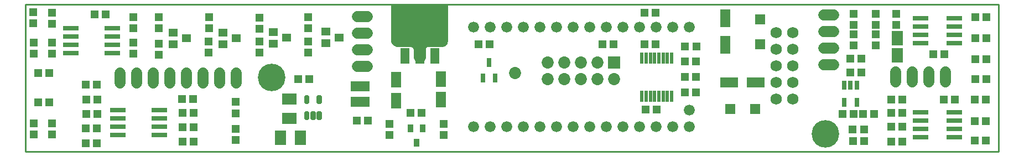
<source format=gts>
G04 EAGLE Gerber RS-274X export*
G75*
%MOMM*%
%FSLAX34Y34*%
%LPD*%
%INSoldermask Top*%
%IPPOS*%
%AMOC8*
5,1,8,0,0,1.08239X$1,22.5*%
G01*
%ADD10C,0.000000*%
%ADD11R,1.603200X2.803200*%
%ADD12R,2.803200X1.603200*%
%ADD13R,1.603200X1.603200*%
%ADD14R,0.558800X1.676400*%
%ADD15R,1.303200X1.203200*%
%ADD16R,1.422400X2.438400*%
%ADD17R,3.803200X2.403200*%
%ADD18R,1.603200X2.403200*%
%ADD19R,3.003200X1.603200*%
%ADD20C,0.499716*%
%ADD21R,1.703200X2.203200*%
%ADD22R,2.203200X1.703200*%
%ADD23R,1.203200X1.303200*%
%ADD24R,0.903200X1.203200*%
%ADD25R,2.403200X0.703200*%
%ADD26R,1.346200X1.219200*%
%ADD27R,2.403200X0.803200*%
%ADD28C,1.727200*%
%ADD29R,0.762000X1.320800*%
%ADD30C,1.853200*%
%ADD31C,1.727200*%
%ADD32R,1.853200X1.853200*%
%ADD33C,1.676400*%
%ADD34R,0.803200X1.403200*%
%ADD35C,4.219200*%
%ADD36C,0.254000*%

G36*
X635793Y135795D02*
X635793Y135795D01*
X635823Y135805D01*
X635866Y135809D01*
X637555Y136321D01*
X637582Y136337D01*
X637623Y136350D01*
X639179Y137181D01*
X639203Y137202D01*
X639241Y137223D01*
X640605Y138342D01*
X640624Y138367D01*
X640658Y138395D01*
X641777Y139759D01*
X641791Y139787D01*
X641819Y139821D01*
X642650Y141377D01*
X642658Y141407D01*
X642679Y141445D01*
X643191Y143134D01*
X643192Y143146D01*
X643194Y143152D01*
X643194Y143168D01*
X643205Y143207D01*
X643378Y144963D01*
X643376Y144979D01*
X643380Y145000D01*
X643380Y156979D01*
X643448Y157582D01*
X643642Y158136D01*
X643954Y158632D01*
X644368Y159046D01*
X644864Y159358D01*
X645418Y159552D01*
X646021Y159620D01*
X667000Y159620D01*
X667015Y159623D01*
X667033Y159621D01*
X668770Y159773D01*
X668797Y159782D01*
X668835Y159785D01*
X670519Y160236D01*
X670543Y160249D01*
X670581Y160258D01*
X672161Y160995D01*
X672183Y161013D01*
X672218Y161028D01*
X673646Y162028D01*
X673665Y162049D01*
X673697Y162071D01*
X674929Y163303D01*
X674944Y163327D01*
X674972Y163354D01*
X675972Y164782D01*
X675982Y164808D01*
X676005Y164839D01*
X676742Y166419D01*
X676747Y166447D01*
X676764Y166481D01*
X677215Y168165D01*
X677216Y168193D01*
X677227Y168230D01*
X677379Y169967D01*
X677377Y169982D01*
X677380Y170000D01*
X677380Y225000D01*
X677369Y225050D01*
X677367Y225101D01*
X677349Y225133D01*
X677341Y225169D01*
X677308Y225208D01*
X677284Y225253D01*
X677254Y225274D01*
X677231Y225302D01*
X677184Y225323D01*
X677142Y225353D01*
X677100Y225361D01*
X677072Y225373D01*
X677042Y225372D01*
X677000Y225380D01*
X590000Y225380D01*
X589950Y225369D01*
X589899Y225367D01*
X589867Y225349D01*
X589831Y225341D01*
X589792Y225308D01*
X589747Y225284D01*
X589726Y225254D01*
X589698Y225231D01*
X589677Y225184D01*
X589647Y225142D01*
X589639Y225100D01*
X589627Y225072D01*
X589627Y225053D01*
X589627Y225051D01*
X589627Y225038D01*
X589620Y225000D01*
X589620Y171000D01*
X589623Y170986D01*
X589621Y170967D01*
X589788Y169057D01*
X589797Y169030D01*
X589800Y168991D01*
X589803Y168981D01*
X589904Y168601D01*
X589905Y168601D01*
X590006Y168221D01*
X590006Y168220D01*
X590108Y167840D01*
X590210Y167460D01*
X590296Y167139D01*
X590309Y167115D01*
X590319Y167077D01*
X591129Y165339D01*
X591147Y165317D01*
X591162Y165282D01*
X592262Y163711D01*
X592283Y163692D01*
X592305Y163660D01*
X593660Y162305D01*
X593685Y162290D01*
X593711Y162262D01*
X595282Y161162D01*
X595308Y161152D01*
X595339Y161129D01*
X597077Y160319D01*
X597105Y160313D01*
X597139Y160296D01*
X598991Y159800D01*
X599020Y159799D01*
X599057Y159788D01*
X600967Y159621D01*
X600982Y159623D01*
X601000Y159620D01*
X619979Y159620D01*
X621027Y159502D01*
X622003Y159160D01*
X622879Y158610D01*
X623610Y157879D01*
X624160Y157003D01*
X624502Y156027D01*
X624620Y154979D01*
X624620Y145000D01*
X624624Y144984D01*
X624622Y144963D01*
X624795Y143207D01*
X624805Y143177D01*
X624809Y143134D01*
X625321Y141445D01*
X625337Y141418D01*
X625350Y141377D01*
X626181Y139821D01*
X626202Y139797D01*
X626223Y139759D01*
X627342Y138395D01*
X627367Y138376D01*
X627395Y138342D01*
X628759Y137223D01*
X628787Y137209D01*
X628821Y137181D01*
X630377Y136350D01*
X630407Y136342D01*
X630445Y136321D01*
X632134Y135809D01*
X632165Y135807D01*
X632207Y135795D01*
X633963Y135622D01*
X633994Y135626D01*
X634037Y135622D01*
X635793Y135795D01*
G37*
D10*
X30000Y0D02*
X1520000Y0D01*
X1520000Y225000D01*
X30000Y225000D01*
X30000Y0D01*
D11*
X1101200Y163100D03*
X1101200Y204100D03*
D12*
X1147900Y105700D03*
X1106900Y105700D03*
D13*
X1147000Y64700D03*
X1109000Y64700D03*
X1154700Y163900D03*
X1154700Y201900D03*
D14*
X973740Y84590D03*
X980344Y84590D03*
X986948Y84590D03*
X993298Y84590D03*
X999902Y84590D03*
X1006252Y84590D03*
X1012856Y84590D03*
X1019460Y84590D03*
X1019460Y143010D03*
X1012856Y143010D03*
X1006252Y143010D03*
X999902Y143010D03*
X993298Y143010D03*
X986948Y143010D03*
X980344Y143010D03*
X973740Y143010D03*
D15*
X994700Y163900D03*
X977700Y163900D03*
X996100Y63900D03*
X979100Y63900D03*
X723500Y164100D03*
X740500Y164100D03*
D16*
X610786Y146612D03*
X633900Y146612D03*
X657014Y146612D03*
D17*
X633900Y208590D03*
D18*
X666100Y79000D03*
X666100Y111000D03*
X597900Y77500D03*
X597900Y109500D03*
D19*
X542300Y99800D03*
X542300Y75800D03*
D20*
X462468Y58768D02*
X462468Y50332D01*
X459532Y50332D01*
X459532Y58768D01*
X462468Y58768D01*
X462468Y55079D02*
X459532Y55079D01*
X471968Y58768D02*
X471968Y50332D01*
X469032Y50332D01*
X469032Y58768D01*
X471968Y58768D01*
X471968Y55079D02*
X469032Y55079D01*
X481468Y58768D02*
X481468Y50332D01*
X478532Y50332D01*
X478532Y58768D01*
X481468Y58768D01*
X481468Y55079D02*
X478532Y55079D01*
X478532Y75232D02*
X478532Y83668D01*
X481468Y83668D01*
X481468Y75232D01*
X478532Y75232D01*
X478532Y79979D02*
X481468Y79979D01*
X459532Y83668D02*
X459532Y75232D01*
X459532Y83668D02*
X462468Y83668D01*
X462468Y75232D01*
X459532Y75232D01*
X459532Y79979D02*
X462468Y79979D01*
D21*
X451000Y21000D03*
X421000Y21000D03*
D15*
X554500Y47500D03*
X537500Y47500D03*
D22*
X434500Y80500D03*
X434500Y50500D03*
D15*
X447500Y110500D03*
X464500Y110500D03*
D23*
X670500Y42500D03*
X670500Y25500D03*
X636500Y59000D03*
X619500Y59000D03*
X587200Y42200D03*
X587200Y25200D03*
D24*
X629000Y13000D03*
X619500Y35000D03*
X638500Y35000D03*
D23*
X1331400Y162400D03*
X1331400Y179400D03*
D25*
X99960Y188550D03*
X99960Y175950D03*
X99960Y163250D03*
X99960Y150550D03*
X163040Y188550D03*
X163040Y175850D03*
X163040Y163150D03*
X163040Y150450D03*
D23*
X42800Y166800D03*
X42800Y149800D03*
D15*
X42500Y196500D03*
X42500Y213500D03*
X71000Y150000D03*
X71000Y167000D03*
D23*
X49600Y119700D03*
X66600Y119700D03*
D15*
X71000Y212500D03*
X71000Y195500D03*
D23*
X195500Y205700D03*
X195500Y188700D03*
X66900Y74800D03*
X49900Y74800D03*
D15*
X195500Y167000D03*
X195500Y150000D03*
X71000Y26100D03*
X71000Y43100D03*
X43300Y43000D03*
X43300Y26000D03*
D25*
X171960Y63550D03*
X171960Y50950D03*
X171960Y38250D03*
X171960Y25550D03*
X235040Y63550D03*
X235040Y50850D03*
X235040Y38150D03*
X235040Y25450D03*
D15*
X140200Y57000D03*
X123200Y57000D03*
D23*
X123000Y102500D03*
X140000Y102500D03*
X140000Y35700D03*
X123000Y35700D03*
X140000Y12500D03*
X123000Y12500D03*
X140100Y79500D03*
X123100Y79500D03*
D15*
X287600Y37000D03*
X270600Y37000D03*
D23*
X270400Y59000D03*
X287400Y59000D03*
X270600Y15200D03*
X287600Y15200D03*
D15*
X352200Y58600D03*
X352200Y75600D03*
X351800Y17500D03*
X351800Y34500D03*
D26*
X276860Y173000D03*
X256540Y164110D03*
X256540Y181890D03*
D15*
X234100Y164600D03*
X234100Y147600D03*
X234500Y188500D03*
X234500Y205500D03*
D26*
X353260Y173200D03*
X332940Y164310D03*
X332940Y182090D03*
D15*
X310900Y168600D03*
X310900Y151600D03*
X311100Y188700D03*
X311100Y205700D03*
D26*
X430360Y174100D03*
X410040Y165210D03*
X410040Y182990D03*
D15*
X388600Y168300D03*
X388600Y151300D03*
X388300Y187900D03*
X388300Y204900D03*
D26*
X510160Y174500D03*
X489840Y165610D03*
X489840Y183390D03*
D15*
X463100Y168100D03*
X463100Y151100D03*
X463300Y188300D03*
X463300Y205300D03*
D27*
X1400000Y190850D03*
X1452000Y190850D03*
X1400000Y203550D03*
X1400000Y178150D03*
X1400000Y165450D03*
X1452000Y203550D03*
X1452000Y178150D03*
X1452000Y165450D03*
D23*
X1057000Y161000D03*
X1040000Y161000D03*
X1501100Y110300D03*
X1484100Y110300D03*
X1484000Y173000D03*
X1501000Y173000D03*
D15*
X1501000Y141000D03*
X1484000Y141000D03*
X1297500Y193500D03*
X1297500Y210500D03*
X1331500Y193500D03*
X1331500Y210500D03*
D23*
X1363000Y210400D03*
X1363000Y193400D03*
X1056900Y137500D03*
X1039900Y137500D03*
D27*
X1400000Y47350D03*
X1452000Y47350D03*
X1400000Y60050D03*
X1400000Y34650D03*
X1400000Y21950D03*
X1452000Y60050D03*
X1452000Y34650D03*
X1452000Y21950D03*
D23*
X1056800Y113700D03*
X1039800Y113700D03*
X1500500Y17000D03*
X1483500Y17000D03*
X1500500Y46500D03*
X1483500Y46500D03*
D15*
X1483500Y79000D03*
X1500500Y79000D03*
D23*
X1372400Y79300D03*
X1355400Y79300D03*
X1372400Y59200D03*
X1355400Y59200D03*
D15*
X1355400Y37500D03*
X1372400Y37500D03*
D23*
X1056400Y90600D03*
X1039400Y90600D03*
D15*
X1484000Y205500D03*
X1501000Y205500D03*
X1437000Y148500D03*
X1420000Y148500D03*
X1452500Y79000D03*
X1435500Y79000D03*
X1355000Y15000D03*
X1372000Y15000D03*
X153000Y209500D03*
X136000Y209500D03*
X287200Y80600D03*
X270200Y80600D03*
D28*
X1204700Y181800D03*
X1179300Y181800D03*
X1204700Y156400D03*
X1179300Y156400D03*
X1204700Y131000D03*
X1179300Y131000D03*
X1204700Y105600D03*
X1179300Y105600D03*
X1204700Y80200D03*
X1179300Y80200D03*
D29*
X730602Y112062D03*
X749398Y112062D03*
X740000Y135938D03*
D30*
X780000Y120000D03*
D31*
X175100Y119620D02*
X175100Y104380D01*
X200500Y104380D02*
X200500Y119620D01*
X225900Y119620D02*
X225900Y104380D01*
X251300Y104380D02*
X251300Y119620D01*
X276700Y119620D02*
X276700Y104380D01*
X302100Y104380D02*
X302100Y119620D01*
X327500Y119620D02*
X327500Y104380D01*
X352900Y104380D02*
X352900Y119620D01*
X1361900Y121620D02*
X1361900Y106380D01*
X1387300Y106380D02*
X1387300Y121620D01*
X1412700Y121620D02*
X1412700Y106380D01*
X1438100Y106380D02*
X1438100Y121620D01*
X553620Y206100D02*
X538380Y206100D01*
X538380Y180700D02*
X553620Y180700D01*
X553620Y155300D02*
X538380Y155300D01*
X538380Y129900D02*
X553620Y129900D01*
X1252380Y209100D02*
X1267620Y209100D01*
X1267620Y183700D02*
X1252380Y183700D01*
X1252380Y158300D02*
X1267620Y158300D01*
X1267620Y132900D02*
X1252380Y132900D01*
D32*
X930800Y135700D03*
D30*
X905400Y135700D03*
X880000Y135700D03*
X854600Y135700D03*
X829200Y135700D03*
X829200Y110300D03*
X854600Y110300D03*
X880000Y110300D03*
X905400Y110300D03*
X930800Y110300D03*
D33*
X716500Y190700D03*
X741900Y190700D03*
X767300Y190700D03*
X792700Y190700D03*
X818100Y190700D03*
X843500Y190700D03*
X868900Y190700D03*
X894300Y190700D03*
X919700Y190700D03*
X945100Y190700D03*
X970500Y190700D03*
X995900Y190700D03*
X1021300Y190700D03*
X1046700Y190700D03*
X1046700Y63700D03*
X1046700Y38300D03*
X1021300Y38300D03*
X995900Y38300D03*
X970500Y38300D03*
X945100Y38300D03*
X919700Y38300D03*
X894300Y38300D03*
X868900Y38300D03*
X843500Y38300D03*
X818100Y38300D03*
X792700Y38300D03*
X767300Y38300D03*
X741900Y38300D03*
X716500Y38300D03*
D34*
X1302500Y74940D03*
X1283500Y74940D03*
X1302500Y101060D03*
X1293000Y101060D03*
X1283500Y101060D03*
D15*
X1329000Y57300D03*
X1312000Y57300D03*
X1309500Y121000D03*
X1292500Y121000D03*
X1297500Y162100D03*
X1297500Y179100D03*
D23*
X1292500Y141800D03*
X1309500Y141800D03*
X930500Y164000D03*
X913500Y164000D03*
X994500Y212000D03*
X977500Y212000D03*
D21*
X1365000Y147000D03*
X1365000Y173000D03*
D23*
X1296500Y34000D03*
X1313500Y34000D03*
D15*
X1296600Y16200D03*
X1313600Y16200D03*
D23*
X1281000Y57100D03*
X1298000Y57100D03*
D35*
X1255000Y27000D03*
X407000Y113000D03*
D36*
X30000Y0D02*
X1520000Y0D01*
X1520000Y225000D01*
X30000Y225000D01*
X30000Y0D01*
M02*

</source>
